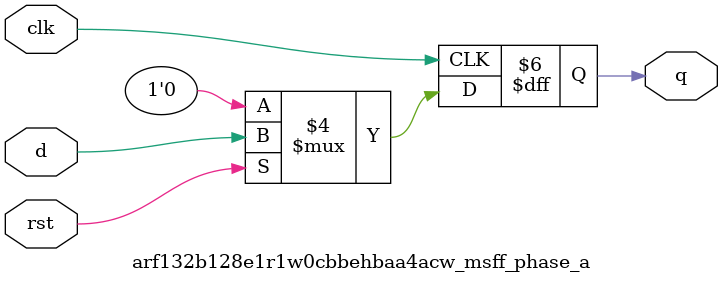
<source format=sv>
`ifndef ARF132B128E1R1W0CBBEHBAA4ACW_MSFF_PHASE_A_SV
`define ARF132B128E1R1W0CBBEHBAA4ACW_MSFF_PHASE_A_SV

module arf132b128e1r1w0cbbehbaa4acw_msff_phase_a #
(
  parameter DWIDTH = 1
)
(
  input  logic [DWIDTH-1:0] d,
  input  logic clk,
  input  logic rst,
  output logic [DWIDTH-1:0] q
);

always_ff @ (posedge clk) begin
  if (~rst) begin
    q <= '0;
  end
  else begin
    q <= d;
  end
end

endmodule // arf132b128e1r1w0cbbehbaa4acw_msff_phase_a

`endif // ARF132B128E1R1W0CBBEHBAA4ACW_MSFF_PHASE_A_SV
</source>
